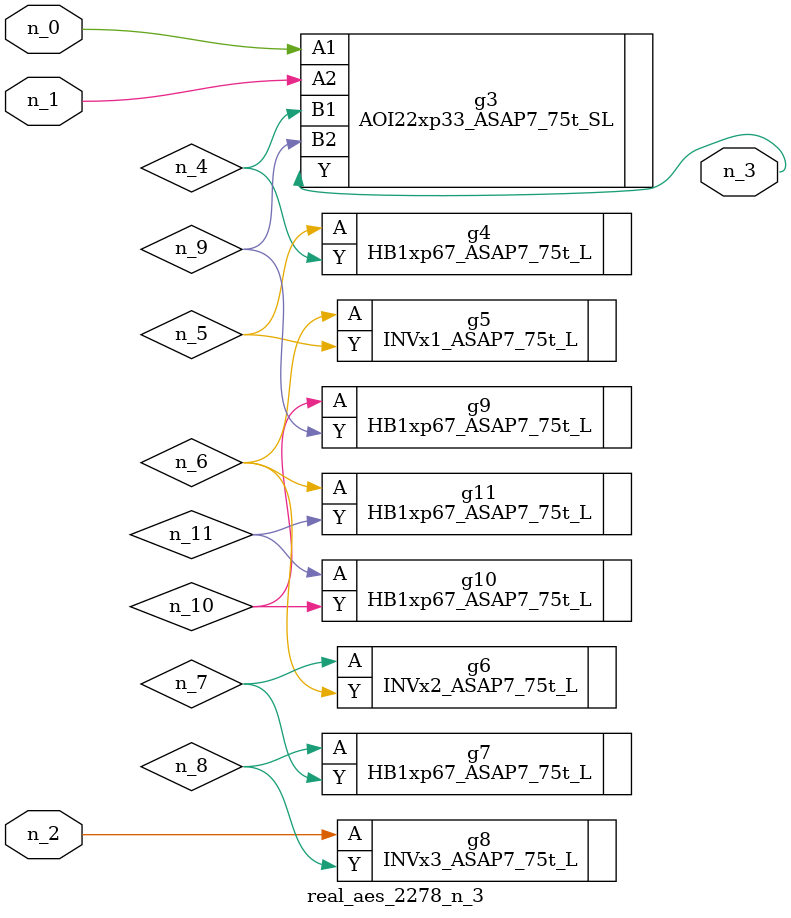
<source format=v>
module real_aes_2278_n_3 (n_0, n_2, n_1, n_3);
input n_0;
input n_2;
input n_1;
output n_3;
wire n_4;
wire n_5;
wire n_7;
wire n_9;
wire n_6;
wire n_8;
wire n_10;
wire n_11;
AOI22xp33_ASAP7_75t_SL g3 ( .A1(n_0), .A2(n_1), .B1(n_4), .B2(n_9), .Y(n_3) );
INVx3_ASAP7_75t_L g8 ( .A(n_2), .Y(n_8) );
HB1xp67_ASAP7_75t_L g4 ( .A(n_5), .Y(n_4) );
INVx1_ASAP7_75t_L g5 ( .A(n_6), .Y(n_5) );
HB1xp67_ASAP7_75t_L g11 ( .A(n_6), .Y(n_11) );
INVx2_ASAP7_75t_L g6 ( .A(n_7), .Y(n_6) );
HB1xp67_ASAP7_75t_L g7 ( .A(n_8), .Y(n_7) );
HB1xp67_ASAP7_75t_L g9 ( .A(n_10), .Y(n_9) );
HB1xp67_ASAP7_75t_L g10 ( .A(n_11), .Y(n_10) );
endmodule
</source>
